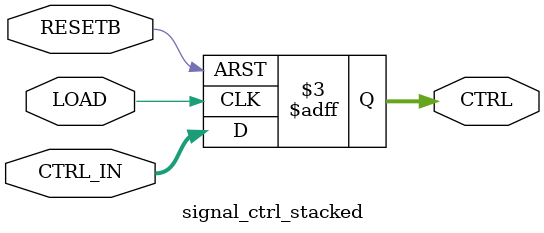
<source format=v>

module signal_ctrl_stacked(
	CTRL_IN,  
	RESETB, 
	LOAD, 
	CTRL);
	
	input [0:4] CTRL_IN; 
	//input SCAN_CLK; 
	input RESETB; 
	input LOAD;
	
	output reg [0:4] CTRL;
	
	wire RESET ;
	
	assign RESET = !RESETB;

	always @ (posedge LOAD, posedge RESET) begin             // LOAD signal catches the values to the control signal
 		if (RESET) 
  			CTRL <= 0;
 		else
 			CTRL <= CTRL_IN;
	end		

endmodule	
	


</source>
